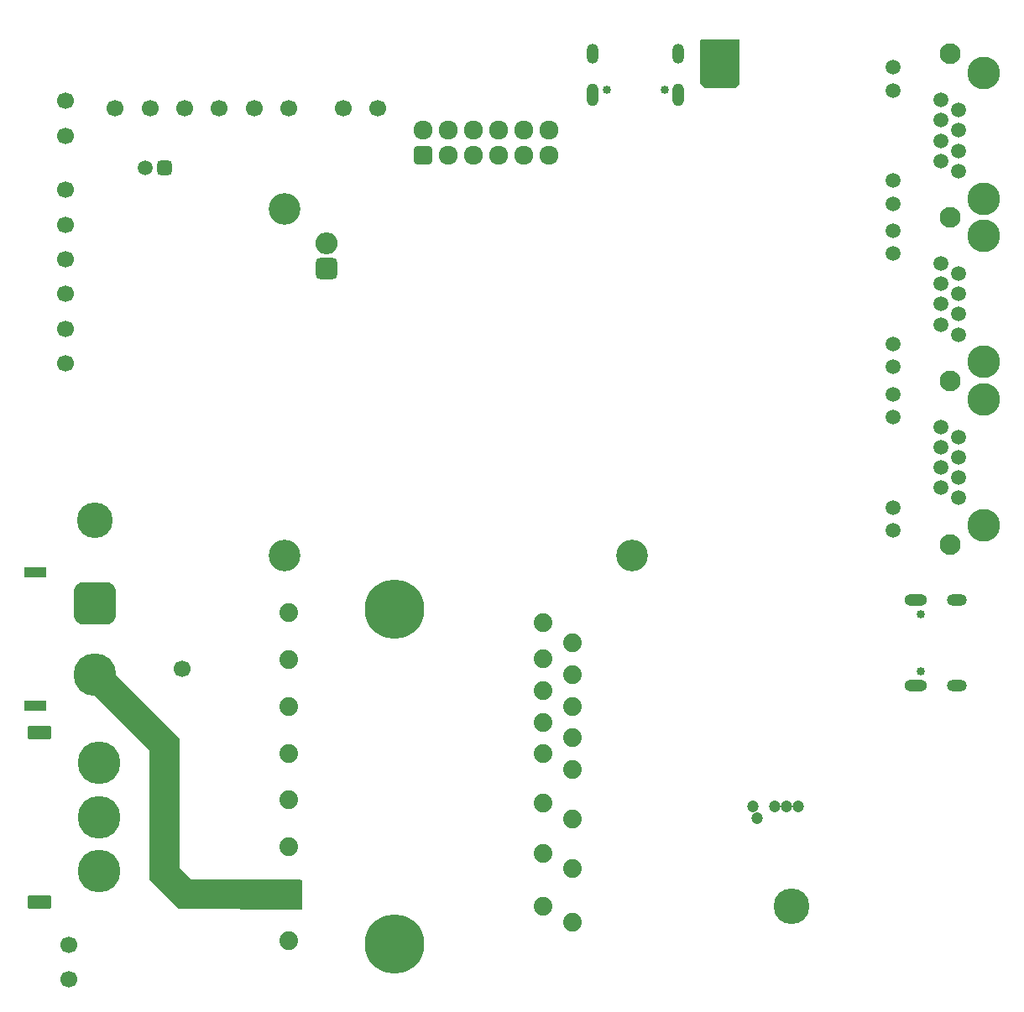
<source format=gbs>
%TF.GenerationSoftware,KiCad,Pcbnew,8.0.1*%
%TF.CreationDate,2024-09-28T11:52:02+02:00*%
%TF.ProjectId,stmbl_5.0,73746d62-6c5f-4352-9e30-2e6b69636164,1.0*%
%TF.SameCoordinates,Original*%
%TF.FileFunction,Soldermask,Bot*%
%TF.FilePolarity,Negative*%
%FSLAX46Y46*%
G04 Gerber Fmt 4.6, Leading zero omitted, Abs format (unit mm)*
G04 Created by KiCad (PCBNEW 8.0.1) date 2024-09-28 11:52:02*
%MOMM*%
%LPD*%
G01*
G04 APERTURE LIST*
G04 Aperture macros list*
%AMRoundRect*
0 Rectangle with rounded corners*
0 $1 Rounding radius*
0 $2 $3 $4 $5 $6 $7 $8 $9 X,Y pos of 4 corners*
0 Add a 4 corners polygon primitive as box body*
4,1,4,$2,$3,$4,$5,$6,$7,$8,$9,$2,$3,0*
0 Add four circle primitives for the rounded corners*
1,1,$1+$1,$2,$3*
1,1,$1+$1,$4,$5*
1,1,$1+$1,$6,$7*
1,1,$1+$1,$8,$9*
0 Add four rect primitives between the rounded corners*
20,1,$1+$1,$2,$3,$4,$5,0*
20,1,$1+$1,$4,$5,$6,$7,0*
20,1,$1+$1,$6,$7,$8,$9,0*
20,1,$1+$1,$8,$9,$2,$3,0*%
G04 Aperture macros list end*
%ADD10C,0.850000*%
%ADD11O,1.200000X2.300000*%
%ADD12O,1.200000X2.000000*%
%ADD13O,2.300000X1.200000*%
%ADD14O,2.000000X1.200000*%
%ADD15C,3.600000*%
%ADD16C,3.300000*%
%ADD17C,1.500000*%
%ADD18C,2.100000*%
%ADD19RoundRect,0.558000X-0.558000X-0.558000X0.558000X-0.558000X0.558000X0.558000X-0.558000X0.558000X0*%
%ADD20O,2.232000X2.232000*%
%ADD21C,1.200000*%
%ADD22RoundRect,0.375000X0.375000X0.375000X-0.375000X0.375000X-0.375000X-0.375000X0.375000X-0.375000X0*%
%ADD23RoundRect,0.481800X-0.481800X-0.481800X0.481800X-0.481800X0.481800X0.481800X-0.481800X0.481800X0*%
%ADD24O,1.927200X1.927200*%
%ADD25C,1.700000*%
%ADD26C,6.000000*%
%ADD27C,1.880000*%
%ADD28C,4.300000*%
%ADD29RoundRect,0.100000X-1.100000X0.550000X-1.100000X-0.550000X1.100000X-0.550000X1.100000X0.550000X0*%
%ADD30RoundRect,0.100000X-1.000000X0.450000X-1.000000X-0.450000X1.000000X-0.450000X1.000000X0.450000X0*%
%ADD31RoundRect,1.075000X-1.075000X1.075000X-1.075000X-1.075000X1.075000X-1.075000X1.075000X1.075000X0*%
%ADD32RoundRect,0.100000X0.750000X-0.750000X0.750000X0.750000X-0.750000X0.750000X-0.750000X-0.750000X0*%
%ADD33C,3.200000*%
G04 APERTURE END LIST*
D10*
X163390000Y-54915000D03*
X157610000Y-54915000D03*
D11*
X164820000Y-55415000D03*
D12*
X164820000Y-51235000D03*
D11*
X156180000Y-55415000D03*
D12*
X156180000Y-51235000D03*
D10*
X189215000Y-113590000D03*
X189215000Y-107810000D03*
D13*
X188715000Y-115020000D03*
D14*
X192895000Y-115020000D03*
D13*
X188715000Y-106380000D03*
D14*
X192895000Y-106380000D03*
D15*
X176241031Y-137228474D03*
X105970000Y-98280000D03*
D16*
X195600000Y-98850000D03*
X195600000Y-86150000D03*
D17*
X193060000Y-96070000D03*
X191280000Y-95050000D03*
X193060000Y-94030000D03*
X191280000Y-93010000D03*
X193060000Y-91990000D03*
X191280000Y-90970000D03*
X193060000Y-89950000D03*
X191280000Y-88930000D03*
X186420000Y-87930000D03*
X186420000Y-85640000D03*
X186420000Y-99360000D03*
X186420000Y-97070000D03*
D18*
X192170000Y-100750000D03*
X192170000Y-84250000D03*
D16*
X195600000Y-82350000D03*
X195600000Y-69650000D03*
D17*
X193060000Y-79570000D03*
X191280000Y-78550000D03*
X193060000Y-77530000D03*
X191280000Y-76510000D03*
X193060000Y-75490000D03*
X191280000Y-74470000D03*
X193060000Y-73450000D03*
X191280000Y-72430000D03*
X186420000Y-71430000D03*
X186420000Y-69140000D03*
X186420000Y-82860000D03*
X186420000Y-80570000D03*
D18*
X192170000Y-84250000D03*
X192170000Y-67750000D03*
D16*
X195600000Y-65850000D03*
X195600000Y-53150000D03*
D17*
X193060000Y-63070000D03*
X191280000Y-62050000D03*
X193060000Y-61030000D03*
X191280000Y-60010000D03*
X193060000Y-58990000D03*
X191280000Y-57970000D03*
X193060000Y-56950000D03*
X191280000Y-55930000D03*
X186420000Y-54930000D03*
X186420000Y-52640000D03*
X186420000Y-66360000D03*
X186420000Y-64070000D03*
D18*
X192170000Y-67750000D03*
X192170000Y-51250000D03*
D19*
X129300000Y-72940000D03*
D20*
X129300000Y-70400000D03*
D21*
X172291031Y-127178474D03*
X174490000Y-127169952D03*
X175700000Y-127180000D03*
D22*
X113000000Y-62750000D03*
D17*
X111000000Y-62750000D03*
D21*
X172710000Y-128410000D03*
X176910000Y-127180000D03*
D23*
X139000000Y-61500000D03*
D24*
X139000000Y-58960000D03*
X141540000Y-61500000D03*
X141540000Y-58960000D03*
X144080000Y-61500000D03*
X144080000Y-58960000D03*
X146620000Y-61500000D03*
X146620000Y-58960000D03*
X149160000Y-61500000D03*
X149160000Y-58960000D03*
X151700000Y-61500000D03*
X151700000Y-58960000D03*
D25*
X103350000Y-144650000D03*
X103350000Y-141150000D03*
X103000000Y-59500000D03*
X103000000Y-56000000D03*
X103000000Y-82500000D03*
X103000000Y-79000000D03*
X103000000Y-75500000D03*
X103000000Y-72000000D03*
X103000000Y-68500000D03*
X103000000Y-65000000D03*
X108000000Y-56750000D03*
X111500000Y-56750000D03*
X115000000Y-56750000D03*
X118500000Y-56750000D03*
X122000000Y-56750000D03*
X125500000Y-56750000D03*
X131000000Y-56750000D03*
X134500000Y-56750000D03*
D26*
X136126031Y-107288474D03*
X136126031Y-141088474D03*
D27*
X154126031Y-138888474D03*
X151126031Y-137288474D03*
X154126031Y-133488474D03*
X151126031Y-131888474D03*
X154126031Y-128488474D03*
X151126031Y-126888474D03*
X154126031Y-123488474D03*
X151126031Y-121888474D03*
X154126031Y-120288474D03*
X151126031Y-118688474D03*
X154126031Y-117088474D03*
X151126031Y-115488474D03*
X154126031Y-113888474D03*
X151126031Y-112288474D03*
X154126031Y-110688474D03*
X151126031Y-108688474D03*
X125526031Y-107633474D03*
X125526031Y-112363474D03*
X125526031Y-117093474D03*
X125526031Y-121823474D03*
X125526031Y-126553474D03*
X125526031Y-131283474D03*
X125526031Y-136013474D03*
X125526031Y-140743474D03*
D28*
X106360000Y-122750000D03*
X106360000Y-128250000D03*
X106360000Y-133750000D03*
D29*
X100360000Y-136800000D03*
X100360000Y-119700000D03*
D30*
X99930000Y-103540000D03*
X99930000Y-117040000D03*
D31*
X105930000Y-106690000D03*
D28*
X105930000Y-113890000D03*
D32*
X114751031Y-135778474D03*
D25*
X114751031Y-113278474D03*
D33*
X125100000Y-101900000D03*
X160100000Y-101900000D03*
X125100000Y-66900000D03*
G36*
X170943039Y-49839646D02*
G01*
X170988794Y-49892450D01*
X171000000Y-49943961D01*
X171000000Y-54198638D01*
X170980315Y-54265677D01*
X170963681Y-54286319D01*
X170536319Y-54713681D01*
X170474996Y-54747166D01*
X170448638Y-54750000D01*
X167551362Y-54750000D01*
X167484323Y-54730315D01*
X167463681Y-54713681D01*
X167036319Y-54286319D01*
X167002834Y-54224996D01*
X167000000Y-54198638D01*
X167000000Y-49943962D01*
X167019685Y-49876923D01*
X167072489Y-49831168D01*
X167124000Y-49819962D01*
X170876000Y-49819961D01*
X170943039Y-49839646D01*
G37*
G36*
X107943468Y-113799010D02*
G01*
X107987475Y-113827341D01*
X114413614Y-120243669D01*
X114447146Y-120304966D01*
X114450000Y-120331417D01*
X114450000Y-133349999D01*
X115610000Y-134520000D01*
X126717071Y-134579343D01*
X126784005Y-134599385D01*
X126829477Y-134652433D01*
X126840408Y-134702929D01*
X126849585Y-137465287D01*
X126830124Y-137532392D01*
X126777472Y-137578322D01*
X126725287Y-137589699D01*
X114451309Y-137560123D01*
X114384317Y-137540277D01*
X114363779Y-137523656D01*
X111476210Y-134626332D01*
X111442829Y-134564953D01*
X111440039Y-134538704D01*
X111450000Y-121529999D01*
X105858042Y-115947887D01*
X105824503Y-115886594D01*
X105829426Y-115816898D01*
X105858171Y-115772242D01*
X107812386Y-113827202D01*
X107873788Y-113793861D01*
X107943468Y-113799010D01*
G37*
M02*

</source>
